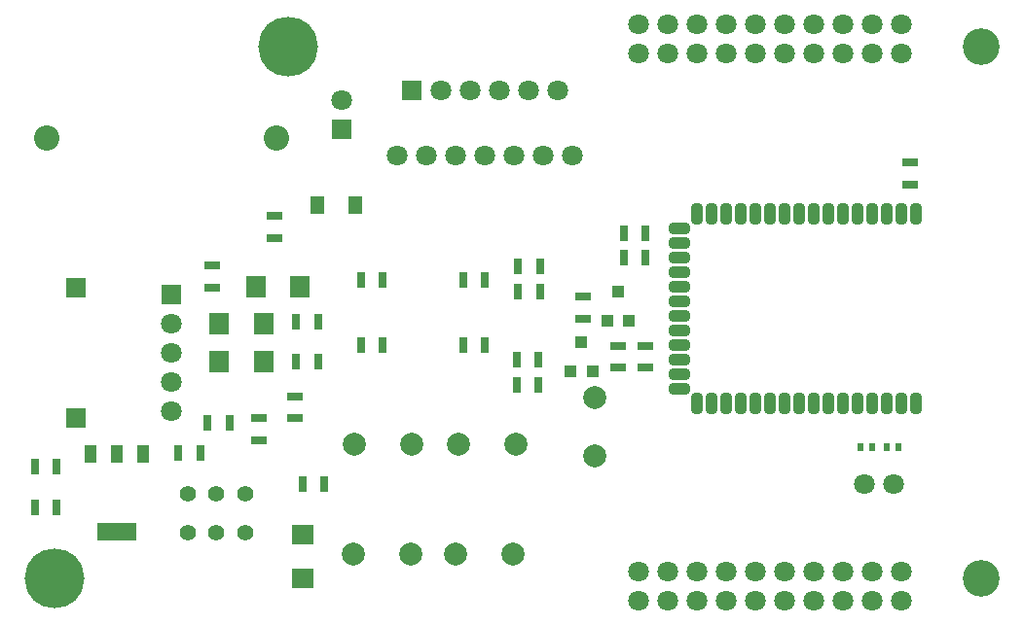
<source format=gts>
G04 Layer_Color=8388736*
%FSTAX24Y24*%
%MOIN*%
G70*
G01*
G75*
%ADD43R,0.0315X0.0551*%
G04:AMPARAMS|DCode=44|XSize=71mil|YSize=39.5mil|CornerRadius=11.9mil|HoleSize=0mil|Usage=FLASHONLY|Rotation=90.000|XOffset=0mil|YOffset=0mil|HoleType=Round|Shape=RoundedRectangle|*
%AMROUNDEDRECTD44*
21,1,0.0710,0.0157,0,0,90.0*
21,1,0.0472,0.0395,0,0,90.0*
1,1,0.0237,0.0079,0.0236*
1,1,0.0237,0.0079,-0.0236*
1,1,0.0237,-0.0079,-0.0236*
1,1,0.0237,-0.0079,0.0236*
%
%ADD44ROUNDEDRECTD44*%
G04:AMPARAMS|DCode=45|XSize=71mil|YSize=39.5mil|CornerRadius=11.9mil|HoleSize=0mil|Usage=FLASHONLY|Rotation=0.000|XOffset=0mil|YOffset=0mil|HoleType=Round|Shape=RoundedRectangle|*
%AMROUNDEDRECTD45*
21,1,0.0710,0.0157,0,0,0.0*
21,1,0.0472,0.0395,0,0,0.0*
1,1,0.0237,0.0236,-0.0079*
1,1,0.0237,-0.0236,-0.0079*
1,1,0.0237,-0.0236,0.0079*
1,1,0.0237,0.0236,0.0079*
%
%ADD45ROUNDEDRECTD45*%
%ADD46R,0.0474X0.0631*%
%ADD47R,0.0678X0.0741*%
%ADD48R,0.0551X0.0315*%
%ADD49R,0.0394X0.0413*%
%ADD50R,0.0446X0.0596*%
%ADD51R,0.1356X0.0596*%
%ADD52R,0.0741X0.0678*%
%ADD53R,0.0236X0.0276*%
%ADD54C,0.0710*%
%ADD55C,0.2049*%
%ADD56C,0.1261*%
%ADD57R,0.0671X0.0671*%
%ADD58C,0.0867*%
%ADD59R,0.0690X0.0690*%
%ADD60R,0.0710X0.0710*%
%ADD61C,0.0789*%
%ADD62C,0.0552*%
D43*
X039248Y03079D02*
D03*
X0385D02*
D03*
X045876Y03739D02*
D03*
X046624D02*
D03*
X045876Y03824D02*
D03*
X046624D02*
D03*
X045826Y03504D02*
D03*
X046574D02*
D03*
X045826Y03419D02*
D03*
X046574D02*
D03*
X05025Y03939D02*
D03*
X049502D02*
D03*
X05025Y03854D02*
D03*
X049502D02*
D03*
X038276Y03499D02*
D03*
X039024D02*
D03*
X038276Y03634D02*
D03*
X039024D02*
D03*
X041248Y03779D02*
D03*
X0405D02*
D03*
X035998Y03289D02*
D03*
X03525D02*
D03*
X034998Y03184D02*
D03*
X03425D02*
D03*
X029326Y02999D02*
D03*
X030074D02*
D03*
X029326Y03139D02*
D03*
X030074D02*
D03*
X044748Y03779D02*
D03*
X044D02*
D03*
X041248Y03554D02*
D03*
X0405D02*
D03*
X044748D02*
D03*
X044D02*
D03*
D44*
X053Y04004D02*
D03*
X0535D02*
D03*
X054D02*
D03*
X0545D02*
D03*
X055D02*
D03*
X0555D02*
D03*
X056D02*
D03*
X0565D02*
D03*
X057D02*
D03*
X0575D02*
D03*
X058D02*
D03*
X0585D02*
D03*
X059D02*
D03*
X0595D02*
D03*
X0525D02*
D03*
X052D02*
D03*
Y03355D02*
D03*
X0525D02*
D03*
X053D02*
D03*
X0535D02*
D03*
X054D02*
D03*
X0545D02*
D03*
X055D02*
D03*
X0555D02*
D03*
X056D02*
D03*
X0565D02*
D03*
X057D02*
D03*
X0575D02*
D03*
X058D02*
D03*
X0585D02*
D03*
X059D02*
D03*
X0595D02*
D03*
D45*
X051421Y039566D02*
D03*
Y039066D02*
D03*
Y038566D02*
D03*
Y038066D02*
D03*
Y037566D02*
D03*
Y037066D02*
D03*
Y036566D02*
D03*
Y036066D02*
D03*
Y035566D02*
D03*
Y035066D02*
D03*
Y034566D02*
D03*
Y034066D02*
D03*
D46*
X0403Y04034D02*
D03*
X039001D02*
D03*
D47*
X035642Y035D02*
D03*
Y0363D02*
D03*
X037158Y035D02*
D03*
Y0363D02*
D03*
X038408Y03755D02*
D03*
X036892D02*
D03*
D48*
X03755Y039226D02*
D03*
Y039974D02*
D03*
X0593Y041814D02*
D03*
Y041066D02*
D03*
X05023Y035524D02*
D03*
Y034776D02*
D03*
X0493Y034776D02*
D03*
Y035524D02*
D03*
X0481Y036466D02*
D03*
Y037214D02*
D03*
X0354Y038274D02*
D03*
Y037526D02*
D03*
X037Y03304D02*
D03*
Y032292D02*
D03*
X03825Y033788D02*
D03*
Y03304D02*
D03*
D49*
X04805Y035642D02*
D03*
X047676Y034658D02*
D03*
X048424D02*
D03*
X0493Y037382D02*
D03*
X048926Y036398D02*
D03*
X049674D02*
D03*
D50*
X03305Y031807D02*
D03*
X032148D02*
D03*
X031246D02*
D03*
D51*
X032148Y029173D02*
D03*
D52*
X0385Y02754D02*
D03*
Y029056D02*
D03*
D53*
X058Y03204D02*
D03*
X057606D02*
D03*
X058894D02*
D03*
X0585D02*
D03*
D54*
X034Y03529D02*
D03*
Y03629D02*
D03*
Y03429D02*
D03*
Y03329D02*
D03*
X05Y04554D02*
D03*
Y04654D02*
D03*
X051Y04554D02*
D03*
Y04654D02*
D03*
X052Y04554D02*
D03*
Y04654D02*
D03*
X053Y04554D02*
D03*
Y04654D02*
D03*
X054Y04554D02*
D03*
Y04654D02*
D03*
X055Y04554D02*
D03*
Y04654D02*
D03*
X056Y04554D02*
D03*
Y04654D02*
D03*
X057Y04554D02*
D03*
Y04654D02*
D03*
X058Y04554D02*
D03*
Y04654D02*
D03*
X059Y04554D02*
D03*
Y04654D02*
D03*
X05Y02679D02*
D03*
Y02779D02*
D03*
X051Y02679D02*
D03*
Y02779D02*
D03*
X052Y02679D02*
D03*
Y02779D02*
D03*
X053Y02679D02*
D03*
Y02779D02*
D03*
X054Y02679D02*
D03*
Y02779D02*
D03*
X055Y02679D02*
D03*
Y02779D02*
D03*
X056Y02679D02*
D03*
Y02779D02*
D03*
X057Y02679D02*
D03*
Y02779D02*
D03*
X058Y02679D02*
D03*
Y02779D02*
D03*
X059Y02679D02*
D03*
Y02779D02*
D03*
X04725Y04429D02*
D03*
X04625D02*
D03*
X04525D02*
D03*
X04425D02*
D03*
X04325D02*
D03*
X03985Y04395D02*
D03*
X04775Y04204D02*
D03*
X04175D02*
D03*
X04275D02*
D03*
X04375D02*
D03*
X04475D02*
D03*
X04575D02*
D03*
X04675D02*
D03*
X05875Y03079D02*
D03*
X05775D02*
D03*
D55*
X03Y02754D02*
D03*
X038Y04579D02*
D03*
D56*
X06175Y02754D02*
D03*
Y04579D02*
D03*
D57*
X034Y03729D02*
D03*
X030749Y033072D02*
D03*
Y037508D02*
D03*
D58*
X0376Y04265D02*
D03*
X029726D02*
D03*
D59*
X04225Y04429D02*
D03*
D60*
X03985Y04295D02*
D03*
D61*
X0485Y031772D02*
D03*
Y03374D02*
D03*
X043834Y03215D02*
D03*
X045803D02*
D03*
X040284D02*
D03*
X042253D02*
D03*
X04025Y02839D02*
D03*
X042218D02*
D03*
X04375D02*
D03*
X045718D02*
D03*
D62*
X036534Y029111D02*
D03*
X034566D02*
D03*
X03555Y03045D02*
D03*
X034566D02*
D03*
X036534D02*
D03*
X03555Y029111D02*
D03*
M02*

</source>
